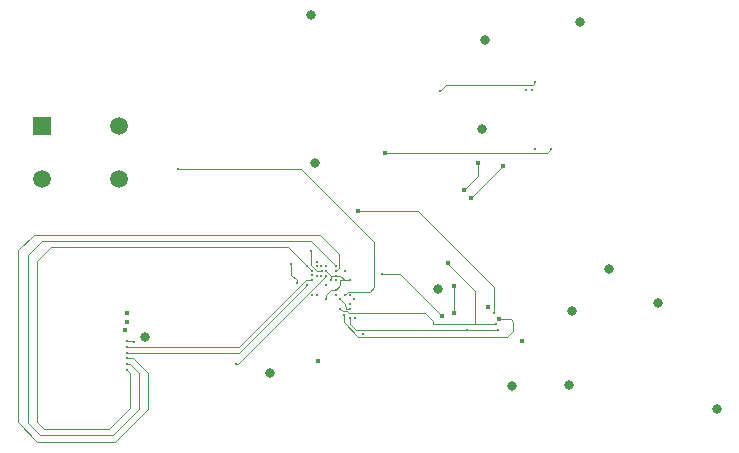
<source format=gbr>
%TF.GenerationSoftware,KiCad,Pcbnew,(5.1.6-0)*%
%TF.CreationDate,2020-10-15T16:42:25-05:00*%
%TF.ProjectId,BatBot,42617442-6f74-42e6-9b69-6361645f7063,rev?*%
%TF.SameCoordinates,Original*%
%TF.FileFunction,Copper,L2,Inr*%
%TF.FilePolarity,Positive*%
%FSLAX46Y46*%
G04 Gerber Fmt 4.6, Leading zero omitted, Abs format (unit mm)*
G04 Created by KiCad (PCBNEW (5.1.6-0)) date 2020-10-15 16:42:25*
%MOMM*%
%LPD*%
G01*
G04 APERTURE LIST*
%TA.AperFunction,ViaPad*%
%ADD10C,1.498000*%
%TD*%
%TA.AperFunction,ViaPad*%
%ADD11R,1.498000X1.498000*%
%TD*%
%TA.AperFunction,ViaPad*%
%ADD12C,0.200000*%
%TD*%
%TA.AperFunction,ViaPad*%
%ADD13C,0.800000*%
%TD*%
%TA.AperFunction,ViaPad*%
%ADD14C,0.300000*%
%TD*%
%TA.AperFunction,ViaPad*%
%ADD15C,0.400000*%
%TD*%
%TA.AperFunction,Conductor*%
%ADD16C,0.101600*%
%TD*%
G04 APERTURE END LIST*
D10*
%TO.N,Net-(C18-Pad2)*%
%TO.C,S1*%
X104469000Y-96039500D03*
%TO.N,GND*%
X97969000Y-96039500D03*
%TO.N,Net-(C18-Pad2)*%
X104469000Y-91539500D03*
D11*
%TO.N,GND*%
X97969000Y-91539500D03*
%TD*%
D12*
%TO.N,GND*%
X122021600Y-105003600D03*
D13*
X117297200Y-112471200D03*
D14*
X122834400Y-104622600D03*
D13*
X120751600Y-82143600D03*
X135509000Y-84277200D03*
D14*
X120827800Y-104190800D03*
X122834400Y-105816400D03*
D13*
X121107200Y-94640400D03*
X131495800Y-105359200D03*
X155092400Y-115544600D03*
X142621000Y-113512600D03*
X142875000Y-107188000D03*
X145999200Y-103682800D03*
X150139400Y-106553000D03*
X137769600Y-113538000D03*
X135204200Y-91770200D03*
D14*
X124434600Y-107823000D03*
D13*
X143484600Y-82753200D03*
X106680000Y-109410500D03*
D14*
X123634500Y-103822500D03*
D12*
X120828000Y-105810000D03*
D14*
X121234200Y-105816400D03*
D12*
X124028199Y-106603800D03*
%TO.N,+3V3*%
X123228000Y-106210000D03*
X124028000Y-107010000D03*
X122021600Y-103809800D03*
X122428000Y-104610000D03*
X122828000Y-104210000D03*
X124028000Y-104610000D03*
X122828000Y-105410000D03*
X122828000Y-105410000D03*
X122028000Y-106210000D03*
X119532400Y-104825800D03*
X119098400Y-103202400D03*
%TO.N,Net-(C18-Pad2)*%
X123647200Y-105816400D03*
X109474000Y-95186500D03*
%TO.N,Net-(C21-Pad2)*%
X124409200Y-106222800D03*
D15*
X121327001Y-111397001D03*
D12*
%TO.N,USART1-TX*%
X105130600Y-110286800D03*
X120828000Y-104610000D03*
%TO.N,USART1-CK*%
X105130600Y-110744000D03*
X120428000Y-105010000D03*
%TO.N,USART1-RX*%
X105156000Y-109753400D03*
X122028000Y-104210000D03*
X105727500Y-109791500D03*
X114363500Y-111696500D03*
%TO.N,JTMS-SWDIO*%
X121228000Y-104210000D03*
D15*
X105181400Y-108127800D03*
D12*
%TO.N,USART1-CTS*%
X121628000Y-104210000D03*
D15*
X105003600Y-108788200D03*
D12*
%TO.N,JTCK-SWCLK*%
X120428000Y-103410000D03*
X105130600Y-112242600D03*
X120828000Y-103810000D03*
D15*
X105130600Y-107365800D03*
D12*
%TO.N,JTDO-SWO*%
X105156000Y-111734600D03*
X122828000Y-103410000D03*
%TO.N,NJTRST*%
X105130600Y-111226600D03*
X122828000Y-103810000D03*
%TO.N,Net-(R3-Pad2)*%
X125120400Y-109143800D03*
X124028000Y-105810000D03*
%TO.N,SPI1-MISO*%
X136575800Y-108839000D03*
X124028000Y-107810000D03*
X133959600Y-108813600D03*
D15*
X132892800Y-107391200D03*
X132892800Y-105054400D03*
X134315200Y-97637600D03*
X137033000Y-94919800D03*
D14*
X139674600Y-93472000D03*
D12*
%TO.N,SPI1-SCLK*%
X123523624Y-107514776D03*
D15*
X136626600Y-107873800D03*
D14*
X139420600Y-88493600D03*
D12*
%TO.N,SPI1-MOSI*%
X136448800Y-108305600D03*
D15*
X132334000Y-103174800D03*
X133731000Y-96926400D03*
X134874000Y-94691200D03*
D14*
X138938000Y-88468200D03*
D12*
X123228000Y-107010000D03*
%TO.N,IMU_INT*%
X121640600Y-103809800D03*
X120726200Y-102158800D03*
D15*
X127050800Y-93827600D03*
D12*
X141046200Y-93472000D03*
%TO.N,NRF_CE*%
X121628000Y-103410000D03*
D15*
X135763000Y-106832400D03*
D12*
%TO.N,IMU_CS*%
X121234200Y-103428800D03*
X131648200Y-88595200D03*
X139750800Y-87807800D03*
%TO.N,NRF_CS*%
X121234200Y-103022400D03*
D15*
X124714000Y-98755200D03*
D12*
X136220200Y-107340400D03*
D15*
%TO.N,NRF-IRQ*%
X138582400Y-109753400D03*
X131826000Y-107645200D03*
D14*
X126796800Y-104114600D03*
D12*
X122021600Y-103403400D03*
%TD*%
D16*
%TO.N,+3V3*%
X124002400Y-107035600D02*
X124028000Y-107010000D01*
X122021600Y-103809800D02*
X122428000Y-104216200D01*
X122428000Y-104216200D02*
X122428000Y-104610000D01*
X124015400Y-104622600D02*
X124028000Y-104610000D01*
X123240600Y-104622600D02*
X123240600Y-104997400D01*
X123240600Y-104997400D02*
X122828000Y-105410000D01*
X122828000Y-105410000D02*
X122453400Y-105410000D01*
X122028000Y-105835400D02*
X122028000Y-106210000D01*
X122453400Y-105410000D02*
X122028000Y-105835400D01*
X119532400Y-104825800D02*
X119532400Y-104622600D01*
X119098400Y-104188600D02*
X119098400Y-103202400D01*
X119532400Y-104622600D02*
X119098400Y-104188600D01*
X123196500Y-104210000D02*
X123609100Y-104622600D01*
X122828000Y-104210000D02*
X123196500Y-104210000D01*
X123609100Y-104622600D02*
X124015400Y-104622600D01*
X123240600Y-104622600D02*
X123609100Y-104622600D01*
X123228000Y-106210000D02*
X123647200Y-106629200D01*
X123723400Y-106895900D02*
X123723400Y-107020498D01*
X123647200Y-106819700D02*
X123723400Y-106895900D01*
X123647200Y-106629200D02*
X123647200Y-106819700D01*
X124017502Y-107020498D02*
X124028000Y-107010000D01*
X123723400Y-107020498D02*
X124017502Y-107020498D01*
X122821800Y-104216200D02*
X122828000Y-104210000D01*
X122428000Y-104216200D02*
X122821800Y-104216200D01*
%TO.N,Net-(C18-Pad2)*%
X119900700Y-95186500D02*
X109474000Y-95186500D01*
X126111000Y-101396800D02*
X119900700Y-95186500D01*
X126111000Y-105206800D02*
X126111000Y-101396800D01*
X125760201Y-105557599D02*
X126111000Y-105206800D01*
X123906001Y-105557599D02*
X125760201Y-105557599D01*
X123647200Y-105816400D02*
X123906001Y-105557599D01*
%TO.N,USART1-TX*%
X105130600Y-110286800D02*
X114681000Y-110286800D01*
X120357800Y-104610000D02*
X120828000Y-104610000D01*
X114681000Y-110286800D02*
X120357800Y-104610000D01*
%TO.N,USART1-CK*%
X114694000Y-110744000D02*
X120428000Y-105010000D01*
X105130600Y-110744000D02*
X114694000Y-110744000D01*
%TO.N,USART1-RX*%
X115249501Y-110988499D02*
X122028000Y-104210000D01*
X105689400Y-109753400D02*
X105727500Y-109791500D01*
X105156000Y-109753400D02*
X105689400Y-109753400D01*
X114541500Y-111696500D02*
X115249501Y-110988499D01*
X114363500Y-111696500D02*
X114541500Y-111696500D01*
%TO.N,JTCK-SWCLK*%
X105130600Y-112242600D02*
X105384600Y-112496600D01*
X105384600Y-112496600D02*
X105384600Y-115443000D01*
X105384600Y-115443000D02*
X103632000Y-117195600D01*
X103632000Y-117195600D02*
X98145600Y-117195600D01*
X98145600Y-117195600D02*
X97561400Y-116611400D01*
X97561400Y-116611400D02*
X97561400Y-102946200D01*
X97561400Y-102946200D02*
X98729800Y-101777800D01*
X118795800Y-101777800D02*
X120828000Y-103810000D01*
X98729800Y-101777800D02*
X118795800Y-101777800D01*
%TO.N,JTDO-SWO*%
X105156000Y-111734600D02*
X105435400Y-111734600D01*
X105435400Y-111734600D02*
X106197400Y-112496600D01*
X106197400Y-112496600D02*
X106197400Y-115493800D01*
X106197400Y-115493800D02*
X104013000Y-117678200D01*
X104013000Y-117678200D02*
X97790000Y-117678200D01*
X97790000Y-117678200D02*
X96799400Y-116687600D01*
X96799400Y-116687600D02*
X96799400Y-102438200D01*
X96799400Y-102438200D02*
X97942400Y-101295200D01*
X120713200Y-101295200D02*
X122828000Y-103410000D01*
X97942400Y-101295200D02*
X120713200Y-101295200D01*
%TO.N,NJTRST*%
X105689400Y-111226600D02*
X105130600Y-111226600D01*
X106908600Y-115544600D02*
X106908600Y-112445800D01*
X97586800Y-118262400D02*
X104190800Y-118262400D01*
X123080401Y-102379401D02*
X121488200Y-100787200D01*
X123080401Y-103557599D02*
X123080401Y-102379401D01*
X106908600Y-112445800D02*
X105689400Y-111226600D01*
X95961200Y-116636800D02*
X97586800Y-118262400D01*
X95961200Y-102082600D02*
X95961200Y-116636800D01*
X97256600Y-100787200D02*
X95961200Y-102082600D01*
X121488200Y-100787200D02*
X97256600Y-100787200D01*
X104190800Y-118262400D02*
X106908600Y-115544600D01*
X122828000Y-103810000D02*
X123080401Y-103557599D01*
%TO.N,SPI1-MISO*%
X133934200Y-108839000D02*
X133959600Y-108813600D01*
X133858000Y-108839000D02*
X133934200Y-108839000D01*
X136575800Y-108839000D02*
X133858000Y-108839000D01*
X132892800Y-107391200D02*
X132892800Y-105054400D01*
X134315200Y-97637600D02*
X137033000Y-94919800D01*
X124523500Y-108839000D02*
X124028200Y-108343700D01*
X133858000Y-108839000D02*
X124523500Y-108839000D01*
X124028200Y-107810200D02*
X124028000Y-107810000D01*
X124028200Y-108343700D02*
X124028200Y-107810200D01*
%TO.N,SPI1-SCLK*%
X123523624Y-108177222D02*
X124744202Y-109397800D01*
X123523624Y-107514776D02*
X123523624Y-108177222D01*
X124744202Y-109397800D02*
X137363200Y-109397800D01*
X137363200Y-109397800D02*
X137871200Y-108889800D01*
X137871200Y-108889800D02*
X137871200Y-108102400D01*
X137642600Y-107873800D02*
X136626600Y-107873800D01*
X137871200Y-108102400D02*
X137642600Y-107873800D01*
%TO.N,SPI1-MOSI*%
X134620000Y-108305600D02*
X134620000Y-105511600D01*
X136448800Y-108305600D02*
X134620000Y-108305600D01*
X132334000Y-103225600D02*
X132334000Y-103174800D01*
X134620000Y-105511600D02*
X132334000Y-103225600D01*
X134874000Y-95783400D02*
X134874000Y-94691200D01*
X133731000Y-96926400D02*
X134874000Y-95783400D01*
X131089400Y-108305600D02*
X131089400Y-108064973D01*
X131089400Y-108064973D02*
X130364827Y-107340400D01*
X123441708Y-107223708D02*
X123809908Y-107223708D01*
X123809908Y-107223708D02*
X123926600Y-107340400D01*
X123228000Y-107010000D02*
X123441708Y-107223708D01*
X134620000Y-108305600D02*
X131089400Y-108305600D01*
X130364827Y-107340400D02*
X123926600Y-107340400D01*
%TO.N,IMU_INT*%
X140690600Y-93827600D02*
X141046200Y-93472000D01*
X127050800Y-93827600D02*
X140690600Y-93827600D01*
X121262810Y-103809800D02*
X121640600Y-103809800D01*
X120726200Y-103294354D02*
X121241646Y-103809800D01*
X121241646Y-103809800D02*
X121262810Y-103809800D01*
X120726200Y-102158800D02*
X120726200Y-103294354D01*
%TO.N,IMU_CS*%
X139506301Y-88052299D02*
X139750800Y-87807800D01*
X132191101Y-88052299D02*
X139506301Y-88052299D01*
X131648200Y-88595200D02*
X132191101Y-88052299D01*
%TO.N,NRF_CS*%
X129616200Y-98755200D02*
X129819400Y-98755200D01*
X124714000Y-98755200D02*
X129616200Y-98755200D01*
X129616200Y-98755200D02*
X129667000Y-98755200D01*
X136220200Y-105156000D02*
X136220200Y-107340400D01*
X129819400Y-98755200D02*
X136220200Y-105156000D01*
%TO.N,NRF-IRQ*%
X128295400Y-104114600D02*
X126796800Y-104114600D01*
X131826000Y-107645200D02*
X128295400Y-104114600D01*
%TD*%
M02*

</source>
